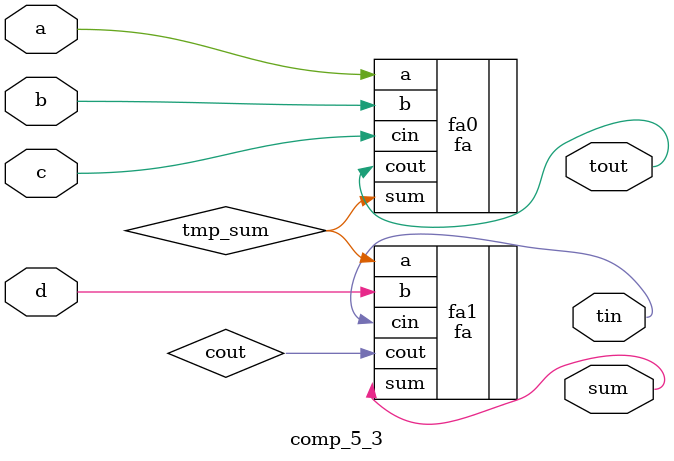
<source format=sv>
`include "fa.sv"

module comp_5_3 (
	output wire tin, tout, sum,
	input wire a, b, c, d
);

	wire tmp_sum;
	
	fa fa0 (
		.a(a),
		.b(b),
		.cin(c),
		.sum(tmp_sum),
		.cout(tout)
	);

	fa fa1 (
		.a(tmp_sum),
		.b(d),
		.cin(tin),
		.sum(sum),
		.cout(cout)
	);

endmodule
</source>
